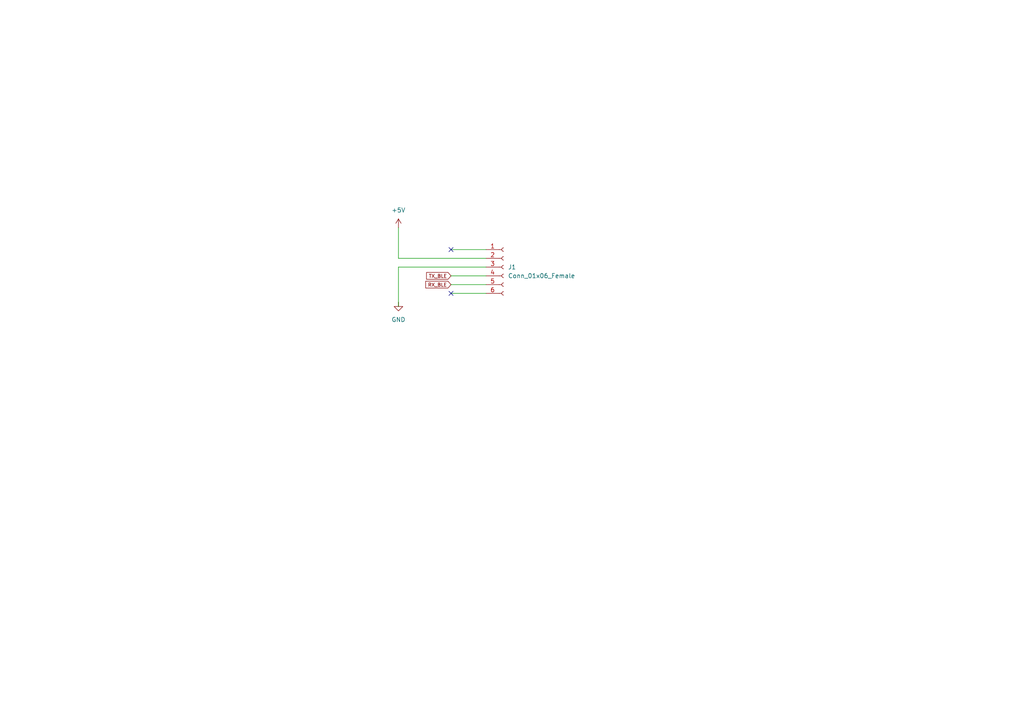
<source format=kicad_sch>
(kicad_sch (version 20211123) (generator eeschema)
  (paper "A4")
  (lib_symbols
    (symbol "Connector:Conn_01x06_Female" (pin_names (offset 1.016) hide)
      (property "Reference" "J" (at 0 7.62 0))
      (property "Value" "Conn_01x06_Female" (at 0 -10.16 0))
      (symbol "Conn_01x06_Female_1_1"
        (arc (start 0 -7.112) (mid -0.508 -7.62) (end 0 -8.128) (stroke (width 0.1524)))
        (arc (start 0 -4.572) (mid -0.508 -5.08) (end 0 -5.588) (stroke (width 0.1524)))
        (arc (start 0 -2.032) (mid -0.508 -2.54) (end 0 -3.048) (stroke (width 0.1524)))
        (polyline (pts (xy -1.27 -7.62) (xy -0.508 -7.62)) (stroke (width 0.1524)))
        (polyline (pts (xy -1.27 -5.08) (xy -0.508 -5.08)) (stroke (width 0.1524)))
        (polyline (pts (xy -1.27 -2.54) (xy -0.508 -2.54)) (stroke (width 0.1524)))
        (polyline (pts (xy -1.27 0) (xy -0.508 0)) (stroke (width 0.1524)))
        (polyline (pts (xy -1.27 2.54) (xy -0.508 2.54)) (stroke (width 0.1524)))
        (polyline (pts (xy -1.27 5.08) (xy -0.508 5.08)) (stroke (width 0.1524)))
        (arc (start 0 0.508) (mid -0.508 0) (end 0 -0.508) (stroke (width 0.1524)))
        (arc (start 0 3.048) (mid -0.508 2.54) (end 0 2.032) (stroke (width 0.1524)))
        (arc (start 0 5.588) (mid -0.508 5.08) (end 0 4.572) (stroke (width 0.1524)))
        (pin passive line (at -5.08 5.08 0) (length 3.81) (name "Pin_1") (number "1"))
        (pin passive line (at -5.08 2.54 0) (length 3.81) (name "Pin_2") (number "2"))
        (pin passive line (at -5.08 0 0) (length 3.81) (name "Pin_3") (number "3"))
        (pin passive line (at -5.08 -2.54 0) (length 3.81) (name "Pin_4") (number "4"))
        (pin passive line (at -5.08 -5.08 0) (length 3.81) (name "Pin_5") (number "5"))
        (pin passive line (at -5.08 -7.62 0) (length 3.81) (name "Pin_6") (number "6"))
      )
    )
    (symbol "power:+5V" (power) (pin_names (offset 0))
      (property "Value" "+5V" (at 0 3.556 0))
      (symbol "+5V_0_1"
        (polyline (pts (xy -0.762 1.27) (xy 0 2.54)))
        (polyline (pts (xy 0 0) (xy 0 2.54)))
        (polyline (pts (xy 0 2.54) (xy 0.762 1.27)))
      )
      (symbol "+5V_1_1"
        (pin power_in line (at 0 0 90) (length 0) hide (name "+5V") (number "1"))
      )
    )
    (symbol "power:GND" (power) (pin_names (offset 0))
      (property "Value" "GND" (at 0 -3.81 0))
      (symbol "GND_0_1"
        (polyline (pts (xy 0 0) (xy 0 -1.27) (xy 1.27 -1.27) (xy 0 -2.54) (xy -1.27 -1.27) (xy 0 -1.27)))
      )
      (symbol "GND_1_1"
        (pin power_in line (at 0 0 270) (length 0) hide (name "GND") (number "1"))
      )
    )
  )
  (no_connect (at 130.81 72.39))
  (no_connect (at 130.81 85.09))
  (wire (pts (xy 130.81 85.09) (xy 140.97 85.09)))
  (wire (pts (xy 130.81 82.55) (xy 140.97 82.55)))
  (wire (pts (xy 115.57 66.04) (xy 115.57 74.93)))
  (wire (pts (xy 115.57 77.47) (xy 115.57 88.9)))
  (wire (pts (xy 115.57 74.93) (xy 140.97 74.93)))
  (wire (pts (xy 115.57 77.47) (xy 140.97 77.47)))
  (wire (pts (xy 130.81 72.39) (xy 140.97 72.39)))
  (wire (pts (xy 130.81 80.01) (xy 140.97 80.01)))
  (global_label "RX_BLE" (shape input) (at 130.81 82.55 180) (effects (font (size 1 1))) (property "Intersheet References" "${INTERSHEET_REFS}" (effects hide)))
  (global_label "TX_BLE" (shape input) (at 130.81 80.01 180) (effects (font (size 1 1))) (property "Intersheet References" "${INTERSHEET_REFS}" (effects hide)))
  (symbol (lib_id "power:GND") (at 115.57 87.63 0) (unit 1)
    (property "Reference" "#PWR011" (effects hide))
    (property "Value" "GND" (at 115.57 92.71 0))
  )
  (symbol (lib_id "power:+5V") (at 115.57 66.04 0) (unit 1)
    (property "Reference" "#PWR010" (effects hide))
    (property "Value" "+5V" (at 115.57 60.96 0))
  )
  (symbol (lib_id "Connector:Conn_01x06_Female") (at 146.05 77.47 0) (unit 1)
    (property "Reference" "J1" (at 147.32 77.4699 0) (effects (justify left)))
    (property "Value" "Conn_01x06_Female" (at 147.32 80.0099 0) (effects (justify left)))
    (property "Footprint" "Connector_PinSocket_2.54mm:PinSocket_1x06_P2.54mm_Vertical" (effects hide))
  )
)
</source>
